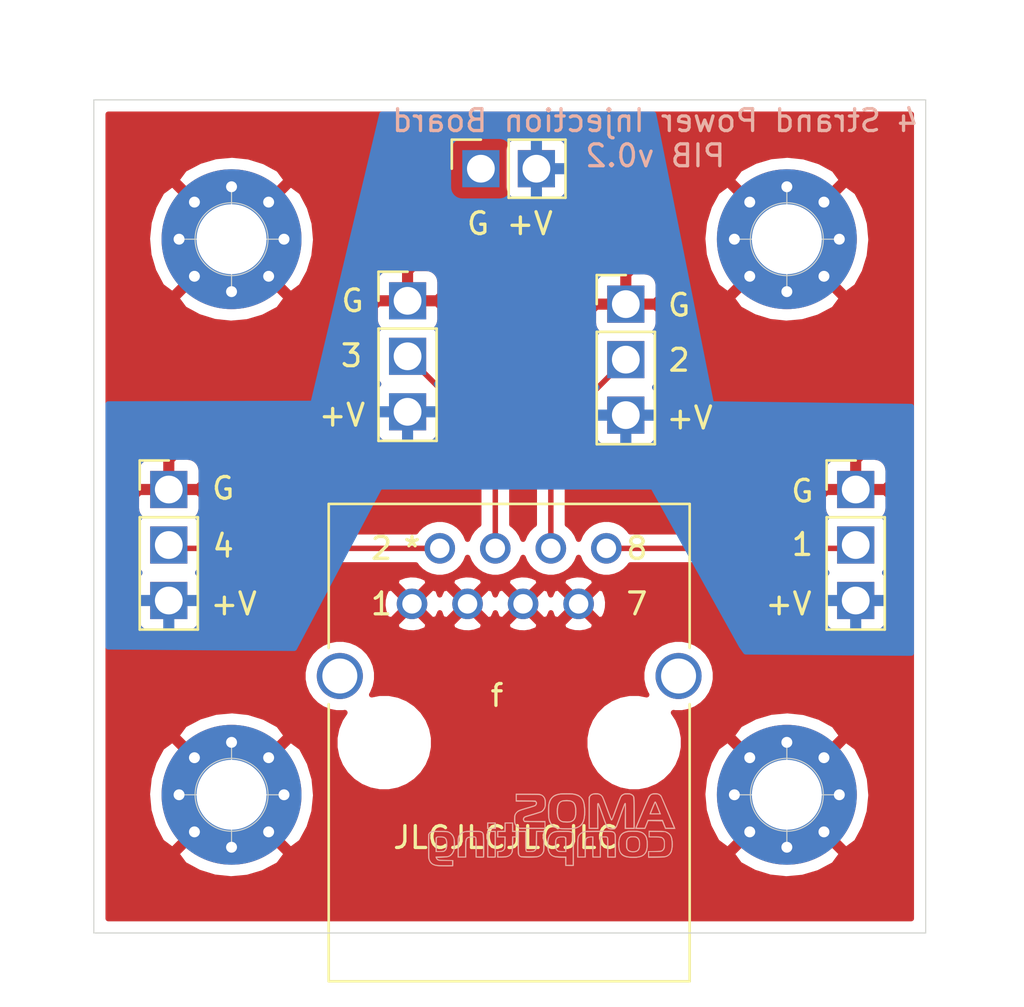
<source format=kicad_pcb>
(kicad_pcb (version 20211014) (generator pcbnew)
  (layers (0 "F.Cu" power) (31 "B.Cu" power) (34 "B.Paste" user) (35 "F.Paste" user) (36 "B.SilkS" user "B.Silkscreen") (37 "F.SilkS" user "F.Silkscreen") (38 "B.Mask" user) (39 "F.Mask" user) (44 "Edge.Cuts" user))
  (net 0 "")
  (net 1 "+VDC")
  (net 2 "LINE2")
  (net 3 "GND")
  (net 4 "LINE1")
  (net 5 "LINE4")
  (net 6 "LINE3")
  (footprint "Connector_PinHeader_2.54mm:PinHeader_1x03_P2.54mm_Vertical_18ga" (layer "F.Cu") (at 109.6518 155.2702)
    (fp_text reference "J2")
    (fp_text value "Conn_01x03_Female")
    (pad "1" thru_hole rect locked (at 0 0) (size 1.7 1.7) (drill 1.27) (layers *.Cu *.Mask) (net 3 "GND"))
    (pad "2" thru_hole rect locked (at 0 2.54) (size 1.7 1.7) (drill 1.27) (layers *.Cu *.Mask) (net 2 "LINE2"))
    (pad "3" thru_hole rect locked (at 0 5.08) (size 1.7 1.7) (drill 1.27) (layers *.Cu *.Mask) (net 1 "+VDC"))
  )
  (footprint "Connector_PinHeader_2.54mm:PinHeader_1x03_P2.54mm_Vertical_18ga" (layer "F.Cu") (at 119.634 155.4226)
    (fp_text reference "J5")
    (fp_text value "Conn_01x03_Female")
    (pad "1" thru_hole rect locked (at 0 0) (size 1.7 1.7) (drill 1.27) (layers *.Cu *.Mask) (net 3 "GND"))
    (pad "2" thru_hole rect locked (at 0 2.54) (size 1.7 1.7) (drill 1.27) (layers *.Cu *.Mask) (net 6 "LINE3"))
    (pad "3" thru_hole rect locked (at 0 5.08) (size 1.7 1.7) (drill 1.27) (layers *.Cu *.Mask) (net 1 "+VDC"))
  )
  (footprint "footprints:MTJ-88TX1-FSD-PGB" (layer "F.Cu") (at 109.855 166.5986)
    (fp_text reference "J6")
    (fp_text value "f" (at 3.8862 6.731) (layer "F.SilkS"))
    (fp_text user "2" (at -1.397 0) (layer "F.SilkS"))
    (fp_text user "7" (at 10.287 2.54) (layer "F.SilkS"))
    (fp_text user "1" (at -1.397 2.54) (layer "F.SilkS"))
    (fp_text user "8" (at 10.287 0) (layer "F.SilkS"))
    (fp_text user "*" (at 0 0) (layer "F.SilkS"))
    (pad "" np_thru_hole circle (at -1.27 8.89) (size 3.2512 3.2512) (drill 3.2512) (layers *.Cu *.Mask))
    (pad "" np_thru_hole circle (at 10.16 8.89) (size 3.2512 3.2512) (drill 3.2512) (layers *.Cu *.Mask))
    (pad "1" thru_hole circle (at 0 2.54) (size 1.397 1.397) (drill 0.889) (layers *.Cu *.Mask) (net 3 "GND"))
    (pad "2" thru_hole circle (at 1.27 0) (size 1.397 1.397) (drill 0.889) (layers *.Cu *.Mask) (net 4 "LINE1"))
    (pad "3" thru_hole circle (at 2.54 2.54) (size 1.397 1.397) (drill 0.889) (layers *.Cu *.Mask) (net 3 "GND"))
    (pad "4" thru_hole circle (at 3.81 0) (size 1.397 1.397) (drill 0.889) (layers *.Cu *.Mask) (net 2 "LINE2"))
    (pad "5" thru_hole circle (at 5.08 2.54) (size 1.397 1.397) (drill 0.889) (layers *.Cu *.Mask) (net 3 "GND"))
    (pad "6" thru_hole circle (at 6.35 0) (size 1.397 1.397) (drill 0.889) (layers *.Cu *.Mask) (net 6 "LINE3"))
    (pad "7" thru_hole circle (at 7.62 2.54) (size 1.397 1.397) (drill 0.889) (layers *.Cu *.Mask) (net 3 "GND"))
    (pad "8" thru_hole circle (at 8.89 0) (size 1.397 1.397) (drill 0.889) (layers *.Cu *.Mask) (net 5 "LINE4"))
    (pad "12" thru_hole circle (at 12.192 5.842) (size 2.1082 2.1082) (drill 1.6002) (layers *.Cu *.Mask))
    (pad "13" thru_hole circle (at -3.302 5.842) (size 2.1082 2.1082) (drill 1.6002) (layers *.Cu *.Mask))
  )
  (footprint "MountingHole:MountingHole_3.2mm_M3_Pad_Via" (layer "F.Cu") (at 101.6 152.4508)
    (fp_text reference "H1")
    (fp_text value "MountingHole_3.2mm")
    (pad "1" thru_hole circle locked (at 0 0) (size 6.4 6.4) (drill 3.2) (layers *.Cu *.Mask) (net 3 "GND"))
    (pad "1" thru_hole circle locked (at 2.4 0) (size 0.8 0.8) (drill 0.5) (layers *.Cu *.Mask) (net 3 "GND"))
    (pad "1" thru_hole circle locked (at 0 -2.4) (size 0.8 0.8) (drill 0.5) (layers *.Cu *.Mask) (net 3 "GND"))
    (pad "1" thru_hole circle locked (at 1.697056 -1.697056) (size 0.8 0.8) (drill 0.5) (layers *.Cu *.Mask) (net 3 "GND"))
    (pad "1" thru_hole circle locked (at -1.697056 -1.697056) (size 0.8 0.8) (drill 0.5) (layers *.Cu *.Mask) (net 3 "GND"))
    (pad "1" thru_hole circle locked (at 1.697056 1.697056) (size 0.8 0.8) (drill 0.5) (layers *.Cu *.Mask) (net 3 "GND"))
    (pad "1" thru_hole circle locked (at -2.4 0) (size 0.8 0.8) (drill 0.5) (layers *.Cu *.Mask) (net 3 "GND"))
    (pad "1" thru_hole circle locked (at -1.697056 1.697056) (size 0.8 0.8) (drill 0.5) (layers *.Cu *.Mask) (net 3 "GND"))
    (pad "1" thru_hole circle locked (at 0 2.4) (size 0.8 0.8) (drill 0.5) (layers *.Cu *.Mask) (net 3 "GND"))
  )
  (footprint "MountingHole:MountingHole_3.2mm_M3_Pad_Via" (layer "F.Cu") (at 127 152.4508)
    (fp_text reference "H3")
    (fp_text value "MountingHole_3.2mm")
    (pad "1" thru_hole circle locked (at -2.4 0) (size 0.8 0.8) (drill 0.5) (layers *.Cu *.Mask) (net 3 "GND"))
    (pad "1" thru_hole circle locked (at -1.697056 -1.697056) (size 0.8 0.8) (drill 0.5) (layers *.Cu *.Mask) (net 3 "GND"))
    (pad "1" thru_hole circle locked (at 2.4 0) (size 0.8 0.8) (drill 0.5) (layers *.Cu *.Mask) (net 3 "GND"))
    (pad "1" thru_hole circle locked (at 0 0) (size 6.4 6.4) (drill 3.2) (layers *.Cu *.Mask) (net 3 "GND"))
    (pad "1" thru_hole circle locked (at -1.697056 1.697056) (size 0.8 0.8) (drill 0.5) (layers *.Cu *.Mask) (net 3 "GND"))
    (pad "1" thru_hole circle locked (at 0 -2.4) (size 0.8 0.8) (drill 0.5) (layers *.Cu *.Mask) (net 3 "GND"))
    (pad "1" thru_hole circle locked (at 0 2.4) (size 0.8 0.8) (drill 0.5) (layers *.Cu *.Mask) (net 3 "GND"))
    (pad "1" thru_hole circle locked (at 1.697056 1.697056) (size 0.8 0.8) (drill 0.5) (layers *.Cu *.Mask) (net 3 "GND"))
    (pad "1" thru_hole circle locked (at 1.697056 -1.697056) (size 0.8 0.8) (drill 0.5) (layers *.Cu *.Mask) (net 3 "GND"))
  )
  (footprint "MountingHole:MountingHole_3.2mm_M3_Pad_Via" (layer "F.Cu") (at 127 177.8762)
    (fp_text reference "H4")
    (fp_text value "MountingHole_3.2mm")
    (pad "1" thru_hole circle locked (at 1.697056 -1.697056) (size 0.8 0.8) (drill 0.5) (layers *.Cu *.Mask) (net 3 "GND"))
    (pad "1" thru_hole circle locked (at 0 2.4) (size 0.8 0.8) (drill 0.5) (layers *.Cu *.Mask) (net 3 "GND"))
    (pad "1" thru_hole circle locked (at 1.697056 1.697056) (size 0.8 0.8) (drill 0.5) (layers *.Cu *.Mask) (net 3 "GND"))
    (pad "1" thru_hole circle locked (at -2.4 0) (size 0.8 0.8) (drill 0.5) (layers *.Cu *.Mask) (net 3 "GND"))
    (pad "1" thru_hole circle locked (at 0 -2.4) (size 0.8 0.8) (drill 0.5) (layers *.Cu *.Mask) (net 3 "GND"))
    (pad "1" thru_hole circle locked (at -1.697056 -1.697056) (size 0.8 0.8) (drill 0.5) (layers *.Cu *.Mask) (net 3 "GND"))
    (pad "1" thru_hole circle locked (at 2.4 0) (size 0.8 0.8) (drill 0.5) (layers *.Cu *.Mask) (net 3 "GND"))
    (pad "1" thru_hole circle locked (at -1.697056 1.697056) (size 0.8 0.8) (drill 0.5) (layers *.Cu *.Mask) (net 3 "GND"))
    (pad "1" thru_hole circle locked (at 0 0) (size 6.4 6.4) (drill 3.2) (layers *.Cu *.Mask) (net 3 "GND"))
  )
  (footprint "MountingHole:MountingHole_3.2mm_M3_Pad_Via" (layer "F.Cu") (at 101.6 177.8762)
    (fp_text reference "H2")
    (fp_text value "MountingHole_3.2mm")
    (pad "1" thru_hole circle locked (at 0 2.4) (size 0.8 0.8) (drill 0.5) (layers *.Cu *.Mask) (net 3 "GND"))
    (pad "1" thru_hole circle locked (at -1.697056 1.697056) (size 0.8 0.8) (drill 0.5) (layers *.Cu *.Mask) (net 3 "GND"))
    (pad "1" thru_hole circle locked (at 1.697056 -1.697056) (size 0.8 0.8) (drill 0.5) (layers *.Cu *.Mask) (net 3 "GND"))
    (pad "1" thru_hole circle locked (at 2.4 0) (size 0.8 0.8) (drill 0.5) (layers *.Cu *.Mask) (net 3 "GND"))
    (pad "1" thru_hole circle locked (at 0 0) (size 6.4 6.4) (drill 3.2) (layers *.Cu *.Mask) (net 3 "GND"))
    (pad "1" thru_hole circle locked (at -1.697056 -1.697056) (size 0.8 0.8) (drill 0.5) (layers *.Cu *.Mask) (net 3 "GND"))
    (pad "1" thru_hole circle locked (at 1.697056 1.697056) (size 0.8 0.8) (drill 0.5) (layers *.Cu *.Mask) (net 3 "GND"))
    (pad "1" thru_hole circle locked (at 0 -2.4) (size 0.8 0.8) (drill 0.5) (layers *.Cu *.Mask) (net 3 "GND"))
    (pad "1" thru_hole circle locked (at -2.4 0) (size 0.8 0.8) (drill 0.5) (layers *.Cu *.Mask) (net 3 "GND"))
  )
  (footprint "Connector_PinHeader_2.54mm:PinHeader_1x03_P2.54mm_Vertical_18ga" (layer "F.Cu") (at 98.7298 163.9062)
    (fp_text reference "J3")
    (fp_text value "Conn_01x03_Female")
    (pad "1" thru_hole rect locked (at 0 0) (size 1.7 1.7) (drill 1.27) (layers *.Cu *.Mask) (net 3 "GND"))
    (pad "2" thru_hole rect locked (at 0 2.54) (size 1.7 1.7) (drill 1.27) (layers *.Cu *.Mask) (net 4 "LINE1"))
    (pad "3" thru_hole rect locked (at 0 5.08) (size 1.7 1.7) (drill 1.27) (layers *.Cu *.Mask) (net 1 "+VDC"))
  )
  (footprint "Connector_PinSocket_2.54mm:PinSocket_1x02_P2.54mm_Vertical" (layer "F.Cu") (at 113.0046 149.225 90)
    (fp_text reference "J1")
    (fp_text value "Conn_01x02_Female")
    (pad "1" thru_hole rect locked (at 0 0 90) (size 1.7 1.7) (drill 1.27) (layers *.Cu *.Mask) (net 3 "GND"))
    (pad "2" thru_hole rect locked (at 0 2.54 90) (size 1.7 1.7) (drill 1.27) (layers *.Cu *.Mask) (net 1 "+VDC"))
  )
  (footprint "Connector_PinHeader_2.54mm:PinHeader_1x03_P2.54mm_Vertical_18ga" (layer "F.Cu") (at 130.1496 163.9062)
    (fp_text reference "J4")
    (fp_text value "Conn_01x03_Female")
    (pad "1" thru_hole rect locked (at 0 0) (size 1.7 1.7) (drill 1.27) (layers *.Cu *.Mask) (net 3 "GND"))
    (pad "2" thru_hole rect locked (at 0 2.54) (size 1.7 1.7) (drill 1.27) (layers *.Cu *.Mask) (net 5 "LINE4"))
    (pad "3" thru_hole rect locked (at 0 5.08) (size 1.7 1.7) (drill 1.27) (layers *.Cu *.Mask) (net 1 "+VDC"))
  )
  (footprint "Symbol:AC_Logo" (layer "B.Cu") (at 116.205 179.451 180)
    (fp_text reference "G***" hide)
    (fp_text value "LOGO" hide)
  )
  (gr_line (start 133.35 184.2008) (end 133.35 146.0754) (layer "Edge.Cuts") (width 0.05))
  (gr_line (start 133.35 146.0754) (end 95.3008 146.0754) (layer "Edge.Cuts") (width 0.05))
  (gr_line (start 95.3008 184.2008) (end 133.35 184.2008) (layer "Edge.Cuts") (width 0.05))
  (gr_line (start 95.3008 146.0754) (end 95.3008 184.2008) (layer "Edge.Cuts") (width 0.05))
  (gr_text "4 Strand Power Injection Board\nPIB v0.2" (at 120.9802 147.828) (layer "B.SilkS") (effects (font (size 1 1)) (justify mirror)))
  (gr_text "+V" (at 122.555 160.6296) (layer "F.SilkS") (effects (font (size 1 1))))
  (gr_text "G" (at 101.219 163.8554) (layer "F.SilkS") (effects (font (size 1 1))))
  (gr_text "2" (at 122.0724 157.988) (layer "F.SilkS") (effects (font (size 1 1))))
  (gr_text "1" (at 127.7112 166.4208) (layer "F.SilkS") (effects (font (size 1 1))))
  (gr_text "G" (at 127.7112 163.9824) (layer "F.SilkS") (effects (font (size 1 1))))
  (gr_text "3" (at 107.0864 157.7848) (layer "F.SilkS") (effects (font (size 1 1))))
  (gr_text "G" (at 122.0724 155.4734) (layer "F.SilkS") (effects (font (size 1 1))))
  (gr_text "+V" (at 127.0762 169.1386) (layer "F.SilkS") (effects (font (size 1 1))))
  (gr_text "4" (at 101.219 166.497) (layer "F.SilkS") (effects (font (size 1 1))))
  (gr_text "+V" (at 115.2398 151.7396) (layer "F.SilkS") (effects (font (size 1 1))))
  (gr_text "JLCJLCJLCJLC" (at 114.1476 179.832) (layer "F.SilkS") (effects (font (size 1 1))))
  (gr_text "+V" (at 101.7016 169.1386) (layer "F.SilkS") (effects (font (size 1 1))))
  (gr_text "G" (at 107.1372 155.2702) (layer "F.SilkS") (effects (font (size 1 1))))
  (gr_text "G" (at 112.8776 151.7396) (layer "F.SilkS") (effects (font (size 1 1))))
  (gr_text "+V" (at 106.6546 160.5026) (layer "F.SilkS") (effects (font (size 1 1))))
  (target plus (at 127 177.8762) (size 5) (width 0.05) (layer "Edge.Cuts"))
  (target plus (at 127 152.4508) (size 5) (width 0.05) (layer "Edge.Cuts"))
  (target plus (at 101.6 152.4508) (size 5) (width 0.05) (layer "Edge.Cuts"))
  (target plus (at 101.6 177.8762) (size 5) (width 0.05) (layer "Edge.Cuts"))
  (segment (start 113.665 161.8234) (end 109.6518 157.8102) (width 0.25) (layer "F.Cu") (net 2))
  (segment (start 113.665 166.5986) (end 113.665 161.8234) (width 0.25) (layer "F.Cu") (net 2))
  (segment (start 111.125 166.5986) (end 98.8822 166.5986) (width 0.25) (layer "F.Cu") (net 4))
  (segment (start 98.8822 166.5986) (end 98.7298 166.4462) (width 0.25) (layer "F.Cu") (net 4))
  (segment (start 129.9972 166.5986) (end 130.1496 166.4462) (width 0.25) (layer "F.Cu") (net 5))
  (segment (start 118.745 166.5986) (end 129.9972 166.5986) (width 0.25) (layer "F.Cu") (net 5))
  (segment (start 116.205 161.3916) (end 119.634 157.9626) (width 0.25) (layer "F.Cu") (net 6))
  (segment (start 116.205 166.5986) (end 116.205 161.3916) (width 0.25) (layer "F.Cu") (net 6))
  (zone (net 3) (net_name "GND") (layer "F.Cu") (connect_pads (clearance 0.508)) (min_thickness 0.254) (fill yes (thermal_gap 0.508) (thermal_bridge_width 0.508))
    (polygon (pts (xy 95.5294 146.1262) (xy 133.2738 146.1262) (xy 133.4008 184.2516) (xy 95.2246 184.2516) (xy 95.2246 145.9484)))
  )
  (zone (net 1) (net_name "+VDC") (layer "B.Cu") (connect_pads (clearance 0.508)) (min_thickness 0.254) (fill yes (thermal_gap 0.508) (thermal_bridge_width 0.508))
    (polygon (pts (xy 133.8199 171.5262) (xy 95.0341 171.2214) (xy 95.3516 146.1008) (xy 133.1976 146.2024)))
  )
  (zone (net 0) (net_name "") (layer "B.Cu") (connect_pads (clearance 0)) (min_thickness 0.254)
    (keepout (tracks not_allowed) (vias not_allowed) (pads allowed) (copperpour not_allowed) (footprints allowed))
    (fill (thermal_gap 0.508) (thermal_bridge_width 0.508))
    (polygon (pts (xy 133.2738 146.7358) (xy 133.4008 159.9946) (xy 123.6472 159.8676) (xy 121.0056 146.6088)))
  )
  (zone (net 0) (net_name "") (layer "B.Cu") (connect_pads (clearance 0)) (min_thickness 0.254)
    (keepout (tracks not_allowed) (vias not_allowed) (pads allowed) (copperpour not_allowed) (footprints allowed))
    (fill (thermal_gap 0.508) (thermal_bridge_width 0.508))
    (polygon (pts (xy 124.8156 171.1198) (xy 125.3744 171.9072) (xy 104.3432 171.6786) (xy 108.458 163.9062) (xy 120.8024 163.9062)))
  )
  (zone (net 0) (net_name "") (layer "B.Cu") (connect_pads (clearance 0)) (min_thickness 0.254)
    (keepout (tracks not_allowed) (vias not_allowed) (pads allowed) (copperpour not_allowed) (footprints allowed))
    (fill (thermal_gap 0.508) (thermal_bridge_width 0.508))
    (polygon (pts (xy 108.3818 146.6088) (xy 105.2322 159.8422) (xy 95.758 159.8676) (xy 95.758 146.3802)))
  )
)
</source>
